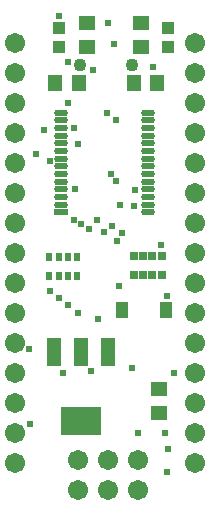
<source format=gbr>
%TF.GenerationSoftware,Altium Limited,Altium Designer,19.0.10 (269)*%
G04 Layer_Color=16711935*
%FSLAX45Y45*%
%MOMM*%
%TF.FileFunction,Soldermask,Bot*%
%TF.Part,Single*%
G01*
G75*
%TA.AperFunction,SMDPad,CuDef*%
%ADD34R,1.15320X0.58320*%
%ADD35O,1.15320X0.58320*%
%ADD36R,1.11320X1.42320*%
%ADD37R,0.60320X0.65320*%
%ADD38R,1.45320X1.14320*%
%ADD39R,1.15320X2.35320*%
%ADD40R,3.45320X2.35320*%
%ADD41R,1.14320X1.45320*%
%ADD42R,0.65320X0.70320*%
%ADD43R,1.10320X1.00320*%
%TA.AperFunction,ComponentPad*%
%ADD44C,1.70320*%
%TA.AperFunction,SMDPad,CuDef*%
%ADD45C,1.10320*%
%TA.AperFunction,ViaPad*%
%ADD46C,0.60320*%
D34*
X556404Y2551196D02*
D03*
D35*
Y2616196D02*
D03*
Y2681196D02*
D03*
Y2746196D02*
D03*
Y2811196D02*
D03*
Y2876196D02*
D03*
Y2941196D02*
D03*
Y3006196D02*
D03*
Y3071197D02*
D03*
Y3136197D02*
D03*
Y3201197D02*
D03*
Y3266197D02*
D03*
Y3331197D02*
D03*
Y3396197D02*
D03*
X1286404Y2551196D02*
D03*
Y2616196D02*
D03*
Y2681196D02*
D03*
Y2746196D02*
D03*
Y2811196D02*
D03*
Y2876196D02*
D03*
Y2941196D02*
D03*
Y3006196D02*
D03*
Y3071197D02*
D03*
Y3136197D02*
D03*
Y3201197D02*
D03*
Y3266197D02*
D03*
Y3331197D02*
D03*
Y3396197D02*
D03*
D36*
X1066800Y1727200D02*
D03*
X1446800D02*
D03*
D37*
X693400Y2171700D02*
D03*
X613400D02*
D03*
X533400D02*
D03*
X453400D02*
D03*
Y2011700D02*
D03*
X533400D02*
D03*
X613400D02*
D03*
X693400D02*
D03*
D38*
X1384300Y1055700D02*
D03*
Y854700D02*
D03*
X1231900Y4150800D02*
D03*
Y3949800D02*
D03*
X774700Y3951900D02*
D03*
Y4152900D02*
D03*
D39*
X953900Y1367400D02*
D03*
X723900D02*
D03*
X493900D02*
D03*
D40*
X723900Y787400D02*
D03*
D41*
X1168400Y3644900D02*
D03*
X1369400D02*
D03*
X703700D02*
D03*
X502700D02*
D03*
D42*
X1168400Y2024400D02*
D03*
X1248400D02*
D03*
X1328400D02*
D03*
X1408400D02*
D03*
X1168400Y2184400D02*
D03*
X1248400D02*
D03*
X1328400D02*
D03*
X1408400D02*
D03*
D43*
X1460500Y3949800D02*
D03*
Y4114800D02*
D03*
X533400Y3949800D02*
D03*
Y4114800D02*
D03*
D44*
X165100Y431800D02*
D03*
Y685800D02*
D03*
Y939800D02*
D03*
Y1193800D02*
D03*
Y1447800D02*
D03*
Y1701800D02*
D03*
Y1955800D02*
D03*
Y2209800D02*
D03*
Y2463800D02*
D03*
Y2717800D02*
D03*
Y2971800D02*
D03*
Y3225800D02*
D03*
Y3479800D02*
D03*
Y3733800D02*
D03*
Y3987800D02*
D03*
X1689100D02*
D03*
Y3733800D02*
D03*
Y3479800D02*
D03*
Y3225800D02*
D03*
Y2971800D02*
D03*
Y2717800D02*
D03*
Y2463800D02*
D03*
Y2209800D02*
D03*
Y1955800D02*
D03*
Y1701800D02*
D03*
Y1447800D02*
D03*
Y1193800D02*
D03*
Y939800D02*
D03*
Y685800D02*
D03*
Y431800D02*
D03*
X696082Y457200D02*
D03*
X950082D02*
D03*
X1204082D02*
D03*
X696082Y203200D02*
D03*
X950082D02*
D03*
X1204082D02*
D03*
D45*
X714500Y3802800D02*
D03*
X1154500D02*
D03*
D46*
X977900Y2878607D02*
D03*
X1018418Y2819400D02*
D03*
X673100Y2746196D02*
D03*
X1054100Y2616200D02*
D03*
X1175781Y2603500D02*
D03*
X1454500Y357148D02*
D03*
X1460500Y546100D02*
D03*
X1204082Y685800D02*
D03*
X804800Y1211200D02*
D03*
X863600Y1651000D02*
D03*
X856300Y2486266D02*
D03*
X787400Y2413000D02*
D03*
X914400Y2387600D02*
D03*
X985200Y2438400D02*
D03*
X615566Y1769812D02*
D03*
X696082Y1701800D02*
D03*
X1028700Y2311400D02*
D03*
X1181100Y2743200D02*
D03*
X1042330Y1930400D02*
D03*
X723900Y2451100D02*
D03*
X660400Y2489200D02*
D03*
X1154500Y1231900D02*
D03*
X571500Y1193800D02*
D03*
X1066800Y2374900D02*
D03*
X1438310Y685800D02*
D03*
X1454500Y1841500D02*
D03*
X1511300Y1193800D02*
D03*
X292100Y762000D02*
D03*
X279400Y1397000D02*
D03*
X533400Y1828800D02*
D03*
X457200Y1888253D02*
D03*
Y2988873D02*
D03*
X533400Y4216400D02*
D03*
X609600Y3479800D02*
D03*
Y3822700D02*
D03*
X660400Y3268608D02*
D03*
X701100Y3126800D02*
D03*
X342900Y3048000D02*
D03*
X1333500Y3784600D02*
D03*
X825500Y3759200D02*
D03*
X1397000Y2274600D02*
D03*
X406400Y3251200D02*
D03*
X1003300Y3975100D02*
D03*
X952500Y4152900D02*
D03*
X939800Y3396197D02*
D03*
X1016000Y3331197D02*
D03*
%TF.MD5,d683b0db7d72b6428c3aec2952286917*%
M02*

</source>
